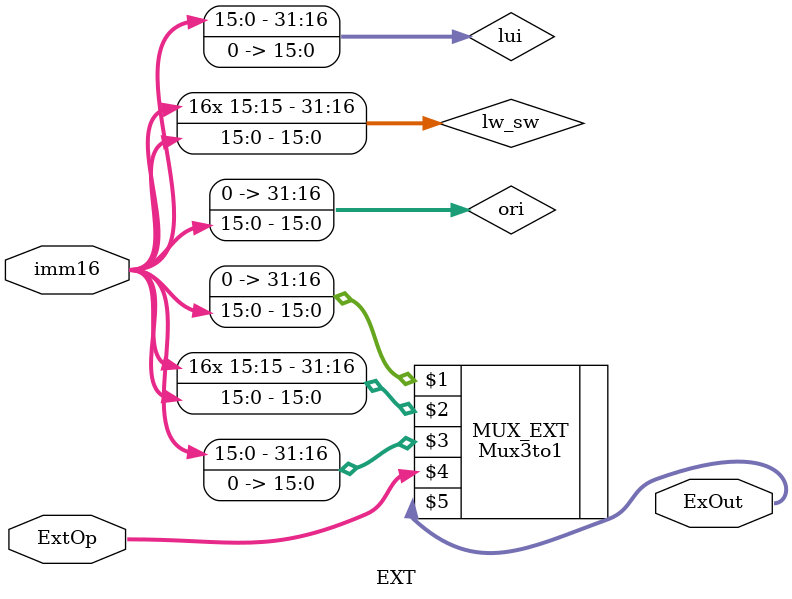
<source format=v>
`timescale 1ns / 1ps
module EXT(imm16, ExtOp, ExOut);
    input [15:0] imm16;
    input [1:0] ExtOp;
    output [31:0] ExOut;

	 wire [31:0] ori;
	 wire [31:0] lw_sw;
	 wire [31:0] lui;
	 
	 assign ori = {16'b0, imm16};//0
	 assign lw_sw = {{16{imm16[15]}}, imm16};//1
	 assign lui = {imm16, 16'b0};//2
	 
	 Mux3to1 MUX_EXT(ori, lw_sw, lui, ExtOp, ExOut);
	 defparam MUX_EXT.WIDTH_DATA = 32;
	
	 
	 
endmodule

</source>
